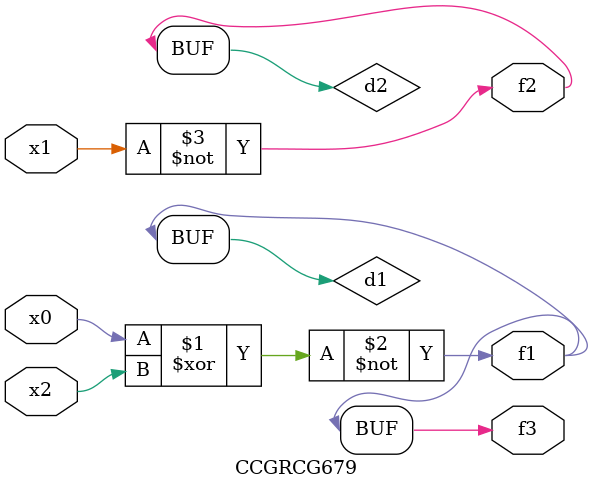
<source format=v>
module CCGRCG679(
	input x0, x1, x2,
	output f1, f2, f3
);

	wire d1, d2, d3;

	xnor (d1, x0, x2);
	nand (d2, x1);
	nor (d3, x1, x2);
	assign f1 = d1;
	assign f2 = d2;
	assign f3 = d1;
endmodule

</source>
